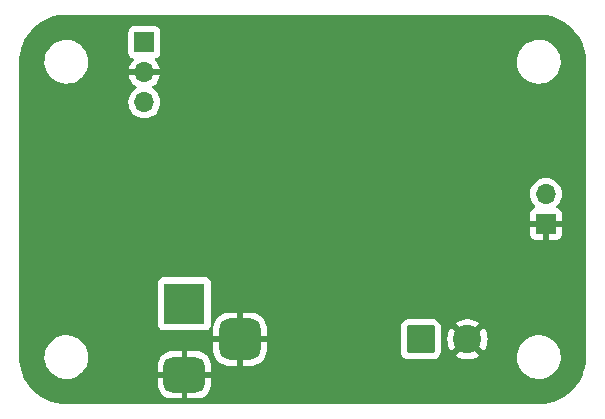
<source format=gbr>
%TF.GenerationSoftware,KiCad,Pcbnew,7.0.10*%
%TF.CreationDate,2024-03-02T17:10:40+01:00*%
%TF.ProjectId,explorer,6578706c-6f72-4657-922e-6b696361645f,rev?*%
%TF.SameCoordinates,Original*%
%TF.FileFunction,Copper,L2,Bot*%
%TF.FilePolarity,Positive*%
%FSLAX46Y46*%
G04 Gerber Fmt 4.6, Leading zero omitted, Abs format (unit mm)*
G04 Created by KiCad (PCBNEW 7.0.10) date 2024-03-02 17:10:40*
%MOMM*%
%LPD*%
G01*
G04 APERTURE LIST*
G04 Aperture macros list*
%AMRoundRect*
0 Rectangle with rounded corners*
0 $1 Rounding radius*
0 $2 $3 $4 $5 $6 $7 $8 $9 X,Y pos of 4 corners*
0 Add a 4 corners polygon primitive as box body*
4,1,4,$2,$3,$4,$5,$6,$7,$8,$9,$2,$3,0*
0 Add four circle primitives for the rounded corners*
1,1,$1+$1,$2,$3*
1,1,$1+$1,$4,$5*
1,1,$1+$1,$6,$7*
1,1,$1+$1,$8,$9*
0 Add four rect primitives between the rounded corners*
20,1,$1+$1,$2,$3,$4,$5,0*
20,1,$1+$1,$4,$5,$6,$7,0*
20,1,$1+$1,$6,$7,$8,$9,0*
20,1,$1+$1,$8,$9,$2,$3,0*%
G04 Aperture macros list end*
%TA.AperFunction,ComponentPad*%
%ADD10R,3.500000X3.500000*%
%TD*%
%TA.AperFunction,ComponentPad*%
%ADD11RoundRect,0.750000X1.000000X-0.750000X1.000000X0.750000X-1.000000X0.750000X-1.000000X-0.750000X0*%
%TD*%
%TA.AperFunction,ComponentPad*%
%ADD12RoundRect,0.875000X0.875000X-0.875000X0.875000X0.875000X-0.875000X0.875000X-0.875000X-0.875000X0*%
%TD*%
%TA.AperFunction,ComponentPad*%
%ADD13R,1.700000X1.700000*%
%TD*%
%TA.AperFunction,ComponentPad*%
%ADD14O,1.700000X1.700000*%
%TD*%
%TA.AperFunction,ComponentPad*%
%ADD15RoundRect,0.250001X-0.949999X-0.949999X0.949999X-0.949999X0.949999X0.949999X-0.949999X0.949999X0*%
%TD*%
%TA.AperFunction,ComponentPad*%
%ADD16C,2.400000*%
%TD*%
%TA.AperFunction,ViaPad*%
%ADD17C,0.800000*%
%TD*%
G04 APERTURE END LIST*
D10*
%TO.P,J2,1,Pin_1*%
%TO.N,/PWR*%
X62900000Y52600000D03*
D11*
%TO.P,J2,2,Pin_2*%
%TO.N,GND*%
X62900000Y46600000D03*
D12*
%TO.P,J2,3,Pin_3*%
X67600000Y49600000D03*
%TD*%
D13*
%TO.P,JSPK1,1,Pin_1*%
%TO.N,GND*%
X93500000Y59376000D03*
D14*
%TO.P,JSPK1,2,Pin_2*%
%TO.N,/AUDIO_OUT_FILTER*%
X93500000Y61916000D03*
%TD*%
D15*
%TO.P,J1,1,Pin_1*%
%TO.N,/PWR*%
X82900000Y49600000D03*
D16*
%TO.P,J1,2,Pin_2*%
%TO.N,GND*%
X86860000Y49600000D03*
%TD*%
D13*
%TO.P,JPROG1,1,Pin_1*%
%TO.N,VCC*%
X59504000Y74751000D03*
D14*
%TO.P,JPROG1,2,Pin_2*%
%TO.N,GND*%
X59504000Y72211000D03*
%TO.P,JPROG1,3,Pin_3*%
%TO.N,Net-(JPROG1-Pin_3)*%
X59504000Y69671000D03*
%TD*%
D17*
%TO.N,GND*%
X60600000Y60800000D03*
X57800000Y60800000D03*
X60600000Y62000000D03*
X57800000Y62000000D03*
X59200000Y62000000D03*
X65800000Y64500000D03*
X59200000Y60800000D03*
X49700000Y61300000D03*
X81729000Y61416000D03*
X82999000Y62559000D03*
X62700000Y64500000D03*
X85539000Y60400000D03*
X84269000Y60400000D03*
X49700000Y58700000D03*
X82999000Y61416000D03*
X68900000Y64500000D03*
X49700000Y64100000D03*
X84269000Y61416000D03*
X82999000Y60400000D03*
%TD*%
%TA.AperFunction,Conductor*%
%TO.N,GND*%
G36*
X92902854Y77099368D02*
G01*
X92907393Y77099158D01*
X93072575Y77091520D01*
X93072931Y77091503D01*
X93269766Y77081834D01*
X93280814Y77080794D01*
X93462780Y77055410D01*
X93463842Y77055257D01*
X93647240Y77028053D01*
X93657436Y77026101D01*
X93838455Y76983526D01*
X93840195Y76983104D01*
X94017841Y76938606D01*
X94027117Y76935894D01*
X94204364Y76876487D01*
X94206733Y76875666D01*
X94378207Y76814311D01*
X94386519Y76810994D01*
X94557980Y76735286D01*
X94560909Y76733947D01*
X94725102Y76656291D01*
X94732425Y76652525D01*
X94896435Y76561171D01*
X94899845Y76559200D01*
X95055342Y76465999D01*
X95061670Y76461940D01*
X95216699Y76355742D01*
X95220489Y76353041D01*
X95365984Y76245135D01*
X95371334Y76240935D01*
X95515947Y76120851D01*
X95520004Y76117331D01*
X95654183Y75995717D01*
X95658590Y75991520D01*
X95791520Y75858590D01*
X95795717Y75854183D01*
X95917331Y75720004D01*
X95920851Y75715947D01*
X96040935Y75571334D01*
X96045135Y75565984D01*
X96153041Y75420489D01*
X96155742Y75416699D01*
X96261940Y75261670D01*
X96265999Y75255342D01*
X96359200Y75099845D01*
X96361171Y75096435D01*
X96452525Y74932425D01*
X96456291Y74925102D01*
X96533947Y74760909D01*
X96535286Y74757980D01*
X96610994Y74586519D01*
X96614311Y74578207D01*
X96675666Y74406733D01*
X96676487Y74404364D01*
X96735894Y74227117D01*
X96738606Y74217841D01*
X96783104Y74040195D01*
X96783526Y74038455D01*
X96826101Y73857436D01*
X96828053Y73847240D01*
X96855257Y73663842D01*
X96855410Y73662780D01*
X96880794Y73480814D01*
X96881834Y73469766D01*
X96891512Y73272761D01*
X96891529Y73272404D01*
X96899368Y73102854D01*
X96899500Y73097127D01*
X96899500Y48102872D01*
X96899368Y48097145D01*
X96891529Y47927595D01*
X96891512Y47927238D01*
X96881834Y47730232D01*
X96880794Y47719184D01*
X96855410Y47537218D01*
X96855257Y47536156D01*
X96828053Y47352758D01*
X96826101Y47342562D01*
X96783526Y47161543D01*
X96783104Y47159803D01*
X96738606Y46982157D01*
X96735894Y46972881D01*
X96676487Y46795634D01*
X96675666Y46793265D01*
X96614311Y46621791D01*
X96610994Y46613479D01*
X96535286Y46442018D01*
X96533947Y46439089D01*
X96456291Y46274896D01*
X96452525Y46267573D01*
X96361171Y46103563D01*
X96359200Y46100153D01*
X96265999Y45944656D01*
X96261940Y45938328D01*
X96155742Y45783299D01*
X96153049Y45779521D01*
X96045124Y45634000D01*
X96040951Y45628684D01*
X95920805Y45483998D01*
X95917375Y45480045D01*
X95795698Y45345795D01*
X95791520Y45341408D01*
X95658590Y45208478D01*
X95654206Y45204303D01*
X95519947Y45082617D01*
X95516009Y45079200D01*
X95371305Y44959040D01*
X95366009Y44954882D01*
X95220459Y44846935D01*
X95216699Y44844256D01*
X95061670Y44738058D01*
X95055371Y44734017D01*
X94899810Y44640777D01*
X94896446Y44638833D01*
X94732411Y44547465D01*
X94725119Y44543715D01*
X94647263Y44506892D01*
X94560909Y44466051D01*
X94557980Y44464712D01*
X94386519Y44389004D01*
X94378220Y44385692D01*
X94206618Y44324292D01*
X94204478Y44323550D01*
X94027091Y44264096D01*
X94017874Y44261401D01*
X93840023Y44216852D01*
X93838614Y44216510D01*
X93657413Y44173892D01*
X93647261Y44171949D01*
X93463781Y44144732D01*
X93462876Y44144601D01*
X93280787Y44119201D01*
X93269795Y44118166D01*
X93073088Y44108502D01*
X92918811Y44101369D01*
X92902854Y44100632D01*
X92897128Y44100500D01*
X52902872Y44100500D01*
X52897146Y44100632D01*
X52891674Y44100884D01*
X52726898Y44108502D01*
X52530200Y44118166D01*
X52519217Y44119200D01*
X52337054Y44144611D01*
X52336286Y44144722D01*
X52152729Y44171950D01*
X52142595Y44173890D01*
X51961318Y44216526D01*
X51960037Y44216837D01*
X51782111Y44261405D01*
X51772922Y44264091D01*
X51595457Y44323572D01*
X51593442Y44324270D01*
X51421759Y44385699D01*
X51413497Y44388996D01*
X51242015Y44464713D01*
X51239089Y44466051D01*
X51074855Y44543727D01*
X51067612Y44547452D01*
X50903497Y44638864D01*
X50900243Y44640745D01*
X50744598Y44734036D01*
X50738363Y44738034D01*
X50583278Y44844270D01*
X50579590Y44846899D01*
X50433954Y44954909D01*
X50428728Y44959011D01*
X50283944Y45079239D01*
X50280097Y45082577D01*
X50145752Y45204340D01*
X50141450Y45208437D01*
X50008437Y45341450D01*
X50004340Y45345752D01*
X49882577Y45480097D01*
X49879239Y45483944D01*
X49759011Y45628728D01*
X49754909Y45633954D01*
X49646899Y45779590D01*
X49644270Y45783278D01*
X49538034Y45938363D01*
X49534036Y45944598D01*
X49440745Y46100243D01*
X49438864Y46103497D01*
X49347452Y46267612D01*
X49343727Y46274855D01*
X49266046Y46439098D01*
X49264712Y46442018D01*
X49215904Y46552557D01*
X49188996Y46613497D01*
X49185699Y46621759D01*
X49124270Y46793442D01*
X49123572Y46795457D01*
X49064091Y46972922D01*
X49061405Y46982111D01*
X49016837Y47160037D01*
X49016526Y47161318D01*
X48973890Y47342595D01*
X48971950Y47352729D01*
X48944722Y47536286D01*
X48944611Y47537054D01*
X48919200Y47719217D01*
X48918166Y47730200D01*
X48908481Y47927371D01*
X48903633Y48032236D01*
X51045787Y48032236D01*
X51075413Y47762986D01*
X51075415Y47762975D01*
X51143926Y47500917D01*
X51143927Y47500912D01*
X51143928Y47500912D01*
X51206871Y47352794D01*
X51249870Y47251610D01*
X51390979Y47020394D01*
X51390986Y47020384D01*
X51564253Y46812180D01*
X51564259Y46812175D01*
X51765997Y46631418D01*
X51991907Y46481957D01*
X52237185Y46366976D01*
X52496557Y46288942D01*
X52496571Y46288939D01*
X52630687Y46269202D01*
X52764561Y46249500D01*
X52764565Y46249500D01*
X52967648Y46249500D01*
X53158904Y46263499D01*
X53170156Y46264323D01*
X53170158Y46264323D01*
X53170168Y46264325D01*
X53434546Y46323217D01*
X53434553Y46323220D01*
X53504572Y46350000D01*
X53687558Y46419986D01*
X53923777Y46552559D01*
X54138177Y46718112D01*
X54226617Y46809844D01*
X54265332Y46850000D01*
X60650000Y46850000D01*
X61466314Y46850000D01*
X61440507Y46809844D01*
X61400000Y46671889D01*
X61400000Y46528111D01*
X61440507Y46390156D01*
X61466314Y46350000D01*
X60650001Y46350000D01*
X60650001Y45785802D01*
X60660400Y45653667D01*
X60715377Y45435480D01*
X60808428Y45230625D01*
X60808431Y45230619D01*
X60936559Y45045676D01*
X60936569Y45045664D01*
X61095664Y44886569D01*
X61095676Y44886559D01*
X61280619Y44758431D01*
X61280625Y44758428D01*
X61485480Y44665377D01*
X61703667Y44610400D01*
X61835803Y44600000D01*
X62650000Y44600000D01*
X62650000Y46100000D01*
X63150000Y46100000D01*
X63150000Y44600000D01*
X63964182Y44600000D01*
X63964197Y44600001D01*
X64096332Y44610400D01*
X64314519Y44665377D01*
X64519374Y44758428D01*
X64519380Y44758431D01*
X64704323Y44886559D01*
X64704335Y44886569D01*
X64863430Y45045664D01*
X64863440Y45045676D01*
X64991568Y45230619D01*
X64991571Y45230625D01*
X65084622Y45435480D01*
X65139599Y45653667D01*
X65149999Y45785803D01*
X65150000Y45785815D01*
X65150000Y46350000D01*
X64333686Y46350000D01*
X64359493Y46390156D01*
X64400000Y46528111D01*
X64400000Y46671889D01*
X64359493Y46809844D01*
X64333686Y46850000D01*
X65149999Y46850000D01*
X65149999Y47414182D01*
X65149998Y47414197D01*
X65139599Y47546332D01*
X65084622Y47764519D01*
X64991571Y47969374D01*
X64991568Y47969380D01*
X64863440Y48154323D01*
X64863430Y48154335D01*
X64704335Y48313430D01*
X64704323Y48313440D01*
X64519380Y48441568D01*
X64519374Y48441571D01*
X64314519Y48534622D01*
X64096332Y48589599D01*
X63964189Y48599999D01*
X63150000Y48599999D01*
X63150000Y47100000D01*
X62650000Y47100000D01*
X62650000Y48599999D01*
X61835818Y48599999D01*
X61835802Y48599998D01*
X61703667Y48589599D01*
X61485480Y48534622D01*
X61280625Y48441571D01*
X61280619Y48441568D01*
X61095676Y48313440D01*
X61095664Y48313430D01*
X60936569Y48154335D01*
X60936559Y48154323D01*
X60808431Y47969380D01*
X60808428Y47969374D01*
X60715377Y47764519D01*
X60660400Y47546332D01*
X60650000Y47414196D01*
X60650000Y46850000D01*
X54265332Y46850000D01*
X54326177Y46913109D01*
X54326183Y46913116D01*
X54326186Y46913119D01*
X54483799Y47133421D01*
X54544564Y47251610D01*
X54607649Y47374309D01*
X54607652Y47374318D01*
X54607656Y47374325D01*
X54684080Y47598339D01*
X54695115Y47630685D01*
X54695115Y47630688D01*
X54695118Y47630695D01*
X54744319Y47897067D01*
X54754212Y48167765D01*
X54724586Y48437018D01*
X54656072Y48699088D01*
X54550130Y48948390D01*
X54409018Y49179610D01*
X54235745Y49387820D01*
X54034002Y49568582D01*
X53808090Y49718044D01*
X53562824Y49833020D01*
X53417376Y49876779D01*
X53303442Y49911057D01*
X53303438Y49911057D01*
X53303431Y49911060D01*
X53035439Y49950500D01*
X52832369Y49950500D01*
X52832364Y49950499D01*
X52832351Y49950499D01*
X52783556Y49946927D01*
X52629844Y49935677D01*
X52629831Y49935674D01*
X52365453Y49876782D01*
X52365449Y49876780D01*
X52365447Y49876780D01*
X52112442Y49780014D01*
X51876223Y49647441D01*
X51661823Y49481888D01*
X51661822Y49481887D01*
X51473822Y49286890D01*
X51473816Y49286883D01*
X51473814Y49286881D01*
X51338339Y49097522D01*
X51316202Y49066580D01*
X51316199Y49066575D01*
X51192350Y48825690D01*
X51192343Y48825672D01*
X51104884Y48569314D01*
X51104881Y48569300D01*
X51055681Y48302931D01*
X51055680Y48302924D01*
X51045787Y48032236D01*
X48903633Y48032236D01*
X48900632Y48097145D01*
X48900500Y48102871D01*
X48900500Y50802129D01*
X60649500Y50802129D01*
X60649501Y50802123D01*
X60655908Y50742516D01*
X60706202Y50607671D01*
X60706206Y50607664D01*
X60792452Y50492455D01*
X60792455Y50492452D01*
X60907664Y50406206D01*
X60907671Y50406202D01*
X61042517Y50355908D01*
X61042516Y50355908D01*
X61102116Y50349501D01*
X61102119Y50349500D01*
X61102127Y50349500D01*
X61102134Y50349500D01*
X61102135Y50349500D01*
X64697870Y50349500D01*
X64697876Y50349501D01*
X64757483Y50355908D01*
X64892328Y50406202D01*
X64892335Y50406206D01*
X65007544Y50492452D01*
X65007547Y50492455D01*
X65093793Y50607664D01*
X65093798Y50607673D01*
X65112011Y50656506D01*
X65153881Y50712440D01*
X65219345Y50736858D01*
X65287618Y50722007D01*
X65337024Y50672603D01*
X65352018Y50606598D01*
X65350001Y50568625D01*
X65350000Y50568578D01*
X65350000Y49850000D01*
X67100000Y49850000D01*
X67100000Y49350000D01*
X65350001Y49350000D01*
X65350001Y48631411D01*
X65352794Y48578808D01*
X65397237Y48349012D01*
X65479879Y48130024D01*
X65598339Y47928158D01*
X65598344Y47928151D01*
X65749211Y47749213D01*
X65749213Y47749211D01*
X65928151Y47598344D01*
X65928158Y47598339D01*
X66130024Y47479879D01*
X66349012Y47397237D01*
X66578809Y47352794D01*
X66631382Y47350001D01*
X66631421Y47350000D01*
X67350000Y47350000D01*
X67350000Y48166313D01*
X67390156Y48140507D01*
X67528111Y48100000D01*
X67671889Y48100000D01*
X67809844Y48140507D01*
X67850000Y48166313D01*
X67850000Y47350000D01*
X68568576Y47350000D01*
X68568588Y47350001D01*
X68621191Y47352794D01*
X68850987Y47397237D01*
X69069975Y47479879D01*
X69271841Y47598339D01*
X69271848Y47598344D01*
X69450786Y47749211D01*
X69450788Y47749213D01*
X69601655Y47928151D01*
X69601660Y47928158D01*
X69720120Y48130024D01*
X69802762Y48349012D01*
X69847205Y48578808D01*
X69847205Y48578809D01*
X69848330Y48599984D01*
X81199500Y48599984D01*
X81210000Y48497204D01*
X81210001Y48497203D01*
X81265186Y48330664D01*
X81265187Y48330662D01*
X81357286Y48181348D01*
X81357289Y48181344D01*
X81481344Y48057289D01*
X81481348Y48057286D01*
X81630662Y47965187D01*
X81630664Y47965186D01*
X81797203Y47910001D01*
X81797204Y47910000D01*
X81899984Y47899500D01*
X81899992Y47899500D01*
X83900015Y47899500D01*
X84002795Y47910000D01*
X84002797Y47910001D01*
X84087217Y47937975D01*
X84169335Y47965186D01*
X84169337Y47965187D01*
X84318651Y48057286D01*
X84318655Y48057289D01*
X84442710Y48181344D01*
X84442713Y48181348D01*
X84534812Y48330662D01*
X84534813Y48330664D01*
X84540893Y48349012D01*
X84589999Y48497203D01*
X84600500Y48599992D01*
X84600500Y49599995D01*
X85155233Y49599995D01*
X85174273Y49345920D01*
X85230968Y49097522D01*
X85230973Y49097505D01*
X85324058Y48860328D01*
X85324057Y48860328D01*
X85451457Y48639667D01*
X85493452Y48587006D01*
X86219859Y49313413D01*
X86279680Y49199434D01*
X86392405Y49072194D01*
X86532305Y48975629D01*
X86573542Y48959989D01*
X85846813Y48233259D01*
X86007609Y48123632D01*
X86007622Y48123625D01*
X86237176Y48013078D01*
X86237174Y48013078D01*
X86480652Y47937975D01*
X86480658Y47937973D01*
X86732595Y47900000D01*
X86987404Y47900000D01*
X87239341Y47937973D01*
X87239347Y47937975D01*
X87482824Y48013078D01*
X87522607Y48032236D01*
X91045787Y48032236D01*
X91075413Y47762986D01*
X91075415Y47762975D01*
X91143926Y47500917D01*
X91143927Y47500912D01*
X91143928Y47500912D01*
X91206871Y47352794D01*
X91249870Y47251610D01*
X91390979Y47020394D01*
X91390986Y47020384D01*
X91564253Y46812180D01*
X91564259Y46812175D01*
X91765997Y46631418D01*
X91991907Y46481957D01*
X92237185Y46366976D01*
X92496557Y46288942D01*
X92496571Y46288939D01*
X92630687Y46269202D01*
X92764561Y46249500D01*
X92764565Y46249500D01*
X92967648Y46249500D01*
X93158904Y46263499D01*
X93170156Y46264323D01*
X93170158Y46264323D01*
X93170168Y46264325D01*
X93434546Y46323217D01*
X93434553Y46323220D01*
X93504572Y46350000D01*
X93687558Y46419986D01*
X93923777Y46552559D01*
X94138177Y46718112D01*
X94226617Y46809844D01*
X94326177Y46913109D01*
X94326183Y46913116D01*
X94326186Y46913119D01*
X94483799Y47133421D01*
X94544564Y47251610D01*
X94607649Y47374309D01*
X94607652Y47374318D01*
X94607656Y47374325D01*
X94684080Y47598339D01*
X94695115Y47630685D01*
X94695115Y47630688D01*
X94695118Y47630695D01*
X94744319Y47897067D01*
X94754212Y48167765D01*
X94724586Y48437018D01*
X94656072Y48699088D01*
X94550130Y48948390D01*
X94409018Y49179610D01*
X94235745Y49387820D01*
X94034002Y49568582D01*
X93808090Y49718044D01*
X93562824Y49833020D01*
X93417376Y49876779D01*
X93303442Y49911057D01*
X93303438Y49911057D01*
X93303431Y49911060D01*
X93035439Y49950500D01*
X92832369Y49950500D01*
X92832364Y49950499D01*
X92832351Y49950499D01*
X92783556Y49946927D01*
X92629844Y49935677D01*
X92629831Y49935674D01*
X92365453Y49876782D01*
X92365449Y49876780D01*
X92365447Y49876780D01*
X92112442Y49780014D01*
X91876223Y49647441D01*
X91661823Y49481888D01*
X91661822Y49481887D01*
X91473822Y49286890D01*
X91473816Y49286883D01*
X91473814Y49286881D01*
X91338339Y49097522D01*
X91316202Y49066580D01*
X91316199Y49066575D01*
X91192350Y48825690D01*
X91192343Y48825672D01*
X91104884Y48569314D01*
X91104881Y48569300D01*
X91055681Y48302931D01*
X91055680Y48302924D01*
X91045787Y48032236D01*
X87522607Y48032236D01*
X87712376Y48123623D01*
X87712384Y48123628D01*
X87873185Y48233259D01*
X87146457Y48959989D01*
X87187695Y48975629D01*
X87327595Y49072194D01*
X87440320Y49199434D01*
X87500139Y49313412D01*
X88226545Y48587006D01*
X88268545Y48639672D01*
X88395941Y48860328D01*
X88489026Y49097505D01*
X88489031Y49097522D01*
X88545726Y49345920D01*
X88564767Y49599995D01*
X88564767Y49600004D01*
X88545726Y49854079D01*
X88489031Y50102477D01*
X88489026Y50102494D01*
X88395941Y50339671D01*
X88268544Y50560330D01*
X88226546Y50612991D01*
X88226544Y50612992D01*
X87500139Y49886587D01*
X87440320Y50000566D01*
X87327595Y50127806D01*
X87187695Y50224371D01*
X87146457Y50240010D01*
X87873185Y50966738D01*
X87712377Y51076375D01*
X87712376Y51076376D01*
X87482823Y51186921D01*
X87482825Y51186921D01*
X87239347Y51262024D01*
X87239341Y51262026D01*
X86987404Y51299999D01*
X86987396Y51300000D01*
X86732604Y51300000D01*
X86732595Y51299999D01*
X86480658Y51262026D01*
X86480652Y51262024D01*
X86237175Y51186921D01*
X86007624Y51076376D01*
X86007616Y51076371D01*
X85846813Y50966738D01*
X86573542Y50240010D01*
X86532305Y50224371D01*
X86392405Y50127806D01*
X86279680Y50000566D01*
X86219859Y49886586D01*
X85493453Y50612992D01*
X85493452Y50612991D01*
X85451461Y50560338D01*
X85451454Y50560327D01*
X85324058Y50339671D01*
X85230973Y50102494D01*
X85230968Y50102477D01*
X85174273Y49854079D01*
X85155233Y49600004D01*
X85155233Y49599995D01*
X84600500Y49599995D01*
X84600500Y50600008D01*
X84589999Y50702797D01*
X84534814Y50869334D01*
X84442711Y51018655D01*
X84318655Y51142711D01*
X84169334Y51234814D01*
X84002797Y51289999D01*
X83900008Y51300500D01*
X81899992Y51300500D01*
X81797203Y51289999D01*
X81630666Y51234814D01*
X81630664Y51234813D01*
X81630662Y51234812D01*
X81481348Y51142713D01*
X81481344Y51142710D01*
X81357289Y51018655D01*
X81357286Y51018651D01*
X81265187Y50869337D01*
X81265186Y50869335D01*
X81265186Y50869334D01*
X81213197Y50712440D01*
X81210001Y50702796D01*
X81210000Y50702795D01*
X81199500Y50600015D01*
X81199500Y48599984D01*
X69848330Y48599984D01*
X69849998Y48631382D01*
X69850000Y48631421D01*
X69850000Y49350000D01*
X68100000Y49350000D01*
X68100000Y49850000D01*
X69849999Y49850000D01*
X69849999Y50568576D01*
X69849998Y50568588D01*
X69847205Y50621191D01*
X69802762Y50850987D01*
X69720120Y51069975D01*
X69601660Y51271841D01*
X69601655Y51271848D01*
X69450788Y51450786D01*
X69450786Y51450788D01*
X69271848Y51601655D01*
X69271841Y51601660D01*
X69069975Y51720120D01*
X68850987Y51802762D01*
X68621190Y51847205D01*
X68568617Y51849998D01*
X68568578Y51849999D01*
X67850000Y51849999D01*
X67850000Y51033686D01*
X67809844Y51059493D01*
X67671889Y51100000D01*
X67528111Y51100000D01*
X67390156Y51059493D01*
X67350000Y51033686D01*
X67350000Y51849999D01*
X66631424Y51849999D01*
X66631411Y51849998D01*
X66578808Y51847205D01*
X66349012Y51802762D01*
X66130024Y51720120D01*
X65928158Y51601660D01*
X65928151Y51601655D01*
X65749213Y51450788D01*
X65749211Y51450786D01*
X65598344Y51271848D01*
X65598339Y51271841D01*
X65479879Y51069975D01*
X65397236Y50850984D01*
X65396241Y50845840D01*
X65364180Y50783760D01*
X65303646Y50748869D01*
X65233858Y50752244D01*
X65176973Y50792814D01*
X65151052Y50857697D01*
X65150499Y50869374D01*
X65150499Y54397872D01*
X65144091Y54457483D01*
X65093796Y54592331D01*
X65007546Y54707546D01*
X64892331Y54793796D01*
X64757483Y54844091D01*
X64697873Y54850500D01*
X61102128Y54850499D01*
X61053757Y54845299D01*
X61042516Y54844091D01*
X60907671Y54793797D01*
X60907664Y54793793D01*
X60792455Y54707547D01*
X60792452Y54707544D01*
X60706206Y54592335D01*
X60706202Y54592328D01*
X60655908Y54457482D01*
X60649501Y54397883D01*
X60649501Y54397876D01*
X60649500Y54397864D01*
X60649500Y50802129D01*
X48900500Y50802129D01*
X48900500Y61915999D01*
X92144341Y61915999D01*
X92164936Y61680596D01*
X92164938Y61680586D01*
X92226094Y61452344D01*
X92226098Y61452335D01*
X92325965Y61238169D01*
X92325967Y61238165D01*
X92461501Y61044604D01*
X92461501Y61044603D01*
X92583819Y60922285D01*
X92617303Y60860962D01*
X92612319Y60791270D01*
X92570447Y60735337D01*
X92539470Y60718422D01*
X92407913Y60669354D01*
X92407906Y60669350D01*
X92292812Y60583190D01*
X92292809Y60583187D01*
X92206649Y60468093D01*
X92206645Y60468086D01*
X92156403Y60333379D01*
X92156401Y60333372D01*
X92150000Y60273844D01*
X92150000Y59626000D01*
X93066314Y59626000D01*
X93040507Y59585844D01*
X93000000Y59447889D01*
X93000000Y59304111D01*
X93040507Y59166156D01*
X93066314Y59126000D01*
X92150000Y59126000D01*
X92150000Y58478155D01*
X92156401Y58418627D01*
X92156403Y58418620D01*
X92206645Y58283913D01*
X92206649Y58283906D01*
X92292809Y58168812D01*
X92292812Y58168809D01*
X92407906Y58082649D01*
X92407913Y58082645D01*
X92542620Y58032403D01*
X92542627Y58032401D01*
X92602155Y58026000D01*
X93250000Y58026000D01*
X93250000Y58940498D01*
X93357685Y58891320D01*
X93464237Y58876000D01*
X93535763Y58876000D01*
X93642315Y58891320D01*
X93750000Y58940498D01*
X93750000Y58026000D01*
X94397844Y58026000D01*
X94457372Y58032401D01*
X94457379Y58032403D01*
X94592086Y58082645D01*
X94592093Y58082649D01*
X94707187Y58168809D01*
X94707190Y58168812D01*
X94793350Y58283906D01*
X94793354Y58283913D01*
X94843596Y58418620D01*
X94843598Y58418627D01*
X94849999Y58478155D01*
X94850000Y58478172D01*
X94850000Y59126000D01*
X93933686Y59126000D01*
X93959493Y59166156D01*
X94000000Y59304111D01*
X94000000Y59447889D01*
X93959493Y59585844D01*
X93933686Y59626000D01*
X94850000Y59626000D01*
X94850000Y60273827D01*
X94849999Y60273844D01*
X94843598Y60333372D01*
X94843596Y60333379D01*
X94793354Y60468086D01*
X94793350Y60468093D01*
X94707190Y60583187D01*
X94707187Y60583190D01*
X94592093Y60669350D01*
X94592086Y60669354D01*
X94460529Y60718422D01*
X94404595Y60760293D01*
X94380178Y60825757D01*
X94395030Y60894030D01*
X94416181Y60922285D01*
X94538493Y61044597D01*
X94538495Y61044599D01*
X94606265Y61141384D01*
X94674032Y61238165D01*
X94674034Y61238169D01*
X94674035Y61238170D01*
X94773903Y61452337D01*
X94835063Y61680592D01*
X94855659Y61916000D01*
X94835063Y62151408D01*
X94773903Y62379663D01*
X94674035Y62593829D01*
X94538495Y62787401D01*
X94371401Y62954495D01*
X94177830Y63090035D01*
X93963663Y63189903D01*
X93735408Y63251063D01*
X93539234Y63268226D01*
X93500001Y63271659D01*
X93499999Y63271659D01*
X93452918Y63267539D01*
X93264592Y63251063D01*
X93036337Y63189903D01*
X92822171Y63090035D01*
X92822169Y63090034D01*
X92628597Y62954494D01*
X92461505Y62787402D01*
X92325965Y62593830D01*
X92325964Y62593828D01*
X92276031Y62486746D01*
X92226097Y62379663D01*
X92226096Y62379659D01*
X92226094Y62379655D01*
X92164938Y62151413D01*
X92164936Y62151403D01*
X92144341Y61916000D01*
X92144341Y61915999D01*
X48900500Y61915999D01*
X48900500Y69670999D01*
X58148341Y69670999D01*
X58168936Y69435596D01*
X58168938Y69435586D01*
X58230094Y69207344D01*
X58230098Y69207335D01*
X58329965Y68993169D01*
X58329967Y68993165D01*
X58465501Y68799604D01*
X58465506Y68799597D01*
X58632597Y68632506D01*
X58632604Y68632501D01*
X58826165Y68496967D01*
X58826169Y68496965D01*
X59040335Y68397098D01*
X59040344Y68397094D01*
X59268586Y68335938D01*
X59268596Y68335936D01*
X59503999Y68315341D01*
X59504000Y68315341D01*
X59504001Y68315341D01*
X59739403Y68335936D01*
X59739413Y68335938D01*
X59967655Y68397094D01*
X59967659Y68397096D01*
X59967663Y68397097D01*
X60181830Y68496965D01*
X60181834Y68496967D01*
X60375395Y68632501D01*
X60375402Y68632506D01*
X60542493Y68799597D01*
X60542495Y68799599D01*
X60610265Y68896384D01*
X60678032Y68993165D01*
X60678034Y68993169D01*
X60678035Y68993170D01*
X60777903Y69207337D01*
X60839063Y69435592D01*
X60859659Y69671000D01*
X60839063Y69906408D01*
X60777903Y70134663D01*
X60678035Y70348829D01*
X60542495Y70542401D01*
X60375401Y70709495D01*
X60189405Y70839730D01*
X60145781Y70894307D01*
X60138587Y70963805D01*
X60170110Y71026160D01*
X60189405Y71042879D01*
X60375078Y71172890D01*
X60542105Y71339917D01*
X60677600Y71533421D01*
X60777429Y71747507D01*
X60777432Y71747513D01*
X60834636Y71961000D01*
X59937686Y71961000D01*
X59963493Y72001156D01*
X60004000Y72139111D01*
X60004000Y72282889D01*
X59963493Y72420844D01*
X59937686Y72461000D01*
X60834635Y72461000D01*
X60777432Y72674486D01*
X60777429Y72674492D01*
X60677600Y72888577D01*
X60677599Y72888579D01*
X60577009Y73032236D01*
X91045787Y73032236D01*
X91075413Y72762986D01*
X91075415Y72762975D01*
X91143926Y72500917D01*
X91249870Y72251610D01*
X91390979Y72020394D01*
X91390986Y72020384D01*
X91564253Y71812180D01*
X91564259Y71812175D01*
X91765997Y71631418D01*
X91991907Y71481957D01*
X92237185Y71366976D01*
X92496557Y71288942D01*
X92496571Y71288939D01*
X92642679Y71267437D01*
X92764561Y71249500D01*
X92764565Y71249500D01*
X92967648Y71249500D01*
X93158904Y71263499D01*
X93170156Y71264323D01*
X93170158Y71264323D01*
X93170168Y71264325D01*
X93434546Y71323217D01*
X93434553Y71323220D01*
X93478209Y71339917D01*
X93687558Y71419986D01*
X93923777Y71552559D01*
X94138177Y71718112D01*
X94203675Y71786048D01*
X94326177Y71913109D01*
X94326183Y71913116D01*
X94326186Y71913119D01*
X94483799Y72133421D01*
X94560646Y72282889D01*
X94607649Y72374309D01*
X94607652Y72374318D01*
X94607656Y72374325D01*
X94695118Y72630695D01*
X94744319Y72897067D01*
X94754212Y73167765D01*
X94724586Y73437018D01*
X94656072Y73699088D01*
X94550130Y73948390D01*
X94409018Y74179610D01*
X94235745Y74387820D01*
X94034002Y74568582D01*
X93808090Y74718044D01*
X93562824Y74833020D01*
X93555829Y74835124D01*
X93303442Y74911057D01*
X93303438Y74911057D01*
X93303431Y74911060D01*
X93035439Y74950500D01*
X92832369Y74950500D01*
X92832364Y74950499D01*
X92832351Y74950499D01*
X92783556Y74946927D01*
X92629844Y74935677D01*
X92593966Y74927685D01*
X92365453Y74876782D01*
X92365449Y74876780D01*
X92365447Y74876780D01*
X92112442Y74780014D01*
X91876223Y74647441D01*
X91661823Y74481888D01*
X91661822Y74481887D01*
X91473822Y74286890D01*
X91473816Y74286883D01*
X91473814Y74286881D01*
X91316202Y74066580D01*
X91316199Y74066575D01*
X91192350Y73825690D01*
X91192343Y73825672D01*
X91104884Y73569314D01*
X91104882Y73569305D01*
X91061632Y73335148D01*
X91055681Y73302931D01*
X91055680Y73302924D01*
X91045787Y73032236D01*
X60577009Y73032236D01*
X60542113Y73082073D01*
X60420053Y73204133D01*
X60386568Y73265456D01*
X60391552Y73335148D01*
X60433423Y73391082D01*
X60464401Y73407997D01*
X60596328Y73457202D01*
X60596335Y73457206D01*
X60711544Y73543452D01*
X60711547Y73543455D01*
X60797793Y73658664D01*
X60797797Y73658671D01*
X60848091Y73793517D01*
X60851550Y73825690D01*
X60854500Y73853127D01*
X60854499Y75648872D01*
X60848091Y75708483D01*
X60797796Y75843331D01*
X60711546Y75958546D01*
X60596331Y76044796D01*
X60461483Y76095091D01*
X60401873Y76101500D01*
X58606128Y76101499D01*
X58557757Y76096299D01*
X58546516Y76095091D01*
X58411671Y76044797D01*
X58411664Y76044793D01*
X58296455Y75958547D01*
X58296452Y75958544D01*
X58210206Y75843335D01*
X58210202Y75843328D01*
X58159908Y75708482D01*
X58154528Y75658436D01*
X58153501Y75648876D01*
X58153500Y75648864D01*
X58153500Y73853129D01*
X58153501Y73853123D01*
X58159908Y73793516D01*
X58210202Y73658671D01*
X58210206Y73658664D01*
X58296452Y73543455D01*
X58296455Y73543452D01*
X58411664Y73457206D01*
X58411671Y73457202D01*
X58543598Y73407997D01*
X58599532Y73366126D01*
X58623949Y73300661D01*
X58609097Y73232388D01*
X58587946Y73204134D01*
X58465891Y73082079D01*
X58465886Y73082073D01*
X58330400Y72888579D01*
X58330399Y72888577D01*
X58230570Y72674492D01*
X58230567Y72674486D01*
X58173364Y72461000D01*
X59070314Y72461000D01*
X59044507Y72420844D01*
X59004000Y72282889D01*
X59004000Y72139111D01*
X59044507Y72001156D01*
X59070314Y71961000D01*
X58173364Y71961000D01*
X58230567Y71747513D01*
X58230570Y71747507D01*
X58330399Y71533421D01*
X58465894Y71339917D01*
X58632921Y71172890D01*
X58818595Y71042879D01*
X58862220Y70988302D01*
X58869412Y70918804D01*
X58837890Y70856449D01*
X58818594Y70839730D01*
X58632597Y70709494D01*
X58465505Y70542402D01*
X58329965Y70348830D01*
X58329964Y70348828D01*
X58280031Y70241746D01*
X58230097Y70134663D01*
X58230096Y70134659D01*
X58230094Y70134655D01*
X58168938Y69906413D01*
X58168936Y69906403D01*
X58148341Y69671000D01*
X58148341Y69670999D01*
X48900500Y69670999D01*
X48900500Y73032236D01*
X51045787Y73032236D01*
X51075413Y72762986D01*
X51075415Y72762975D01*
X51143926Y72500917D01*
X51249870Y72251610D01*
X51390979Y72020394D01*
X51390986Y72020384D01*
X51564253Y71812180D01*
X51564259Y71812175D01*
X51765997Y71631418D01*
X51991907Y71481957D01*
X52237185Y71366976D01*
X52496557Y71288942D01*
X52496571Y71288939D01*
X52642679Y71267437D01*
X52764561Y71249500D01*
X52764565Y71249500D01*
X52967648Y71249500D01*
X53158904Y71263499D01*
X53170156Y71264323D01*
X53170158Y71264323D01*
X53170168Y71264325D01*
X53434546Y71323217D01*
X53434553Y71323220D01*
X53478209Y71339917D01*
X53687558Y71419986D01*
X53923777Y71552559D01*
X54138177Y71718112D01*
X54203675Y71786048D01*
X54326177Y71913109D01*
X54326183Y71913116D01*
X54326186Y71913119D01*
X54483799Y72133421D01*
X54560646Y72282889D01*
X54607649Y72374309D01*
X54607652Y72374318D01*
X54607656Y72374325D01*
X54695118Y72630695D01*
X54744319Y72897067D01*
X54754212Y73167765D01*
X54724586Y73437018D01*
X54656072Y73699088D01*
X54550130Y73948390D01*
X54409018Y74179610D01*
X54235745Y74387820D01*
X54034002Y74568582D01*
X53808090Y74718044D01*
X53562824Y74833020D01*
X53555829Y74835124D01*
X53303442Y74911057D01*
X53303438Y74911057D01*
X53303431Y74911060D01*
X53035439Y74950500D01*
X52832369Y74950500D01*
X52832364Y74950499D01*
X52832351Y74950499D01*
X52783556Y74946927D01*
X52629844Y74935677D01*
X52593966Y74927685D01*
X52365453Y74876782D01*
X52365449Y74876780D01*
X52365447Y74876780D01*
X52112442Y74780014D01*
X51876223Y74647441D01*
X51661823Y74481888D01*
X51661822Y74481887D01*
X51473822Y74286890D01*
X51473816Y74286883D01*
X51473814Y74286881D01*
X51316202Y74066580D01*
X51316199Y74066575D01*
X51192350Y73825690D01*
X51192343Y73825672D01*
X51104884Y73569314D01*
X51104882Y73569305D01*
X51061632Y73335148D01*
X51055681Y73302931D01*
X51055680Y73302924D01*
X51045787Y73032236D01*
X48900500Y73032236D01*
X48900500Y73097128D01*
X48900632Y73102854D01*
X48905314Y73204134D01*
X48908489Y73272814D01*
X48918166Y73469795D01*
X48919201Y73480787D01*
X48944601Y73662871D01*
X48944741Y73663842D01*
X48971949Y73847261D01*
X48973892Y73857413D01*
X49016510Y74038614D01*
X49016852Y74040023D01*
X49061401Y74217874D01*
X49064096Y74227091D01*
X49123550Y74404478D01*
X49124292Y74406618D01*
X49185692Y74578220D01*
X49189004Y74586519D01*
X49264712Y74757980D01*
X49266051Y74760909D01*
X49306892Y74847263D01*
X49343715Y74925119D01*
X49347465Y74932411D01*
X49438833Y75096446D01*
X49440777Y75099810D01*
X49534017Y75255371D01*
X49538058Y75261670D01*
X49644256Y75416699D01*
X49646935Y75420459D01*
X49754882Y75566009D01*
X49759040Y75571305D01*
X49879200Y75716009D01*
X49882617Y75719947D01*
X50004303Y75854206D01*
X50008478Y75858590D01*
X50141408Y75991520D01*
X50145795Y75995698D01*
X50280045Y76117375D01*
X50283998Y76120805D01*
X50428684Y76240951D01*
X50434000Y76245124D01*
X50579521Y76353049D01*
X50583299Y76355742D01*
X50738328Y76461940D01*
X50744645Y76465992D01*
X50900153Y76559200D01*
X50903563Y76561171D01*
X51067573Y76652525D01*
X51074896Y76656291D01*
X51239089Y76733947D01*
X51242018Y76735286D01*
X51413479Y76810994D01*
X51421791Y76814311D01*
X51593265Y76875666D01*
X51595634Y76876487D01*
X51772881Y76935894D01*
X51782157Y76938606D01*
X51959803Y76983104D01*
X51961543Y76983526D01*
X52142562Y77026101D01*
X52152758Y77028053D01*
X52336156Y77055257D01*
X52337218Y77055410D01*
X52519184Y77080794D01*
X52530232Y77081834D01*
X52727067Y77091503D01*
X52727423Y77091520D01*
X52892305Y77099144D01*
X52897145Y77099368D01*
X52902872Y77099500D01*
X92897128Y77099500D01*
X92902854Y77099368D01*
G37*
%TD.AperFunction*%
%TD*%
M02*

</source>
